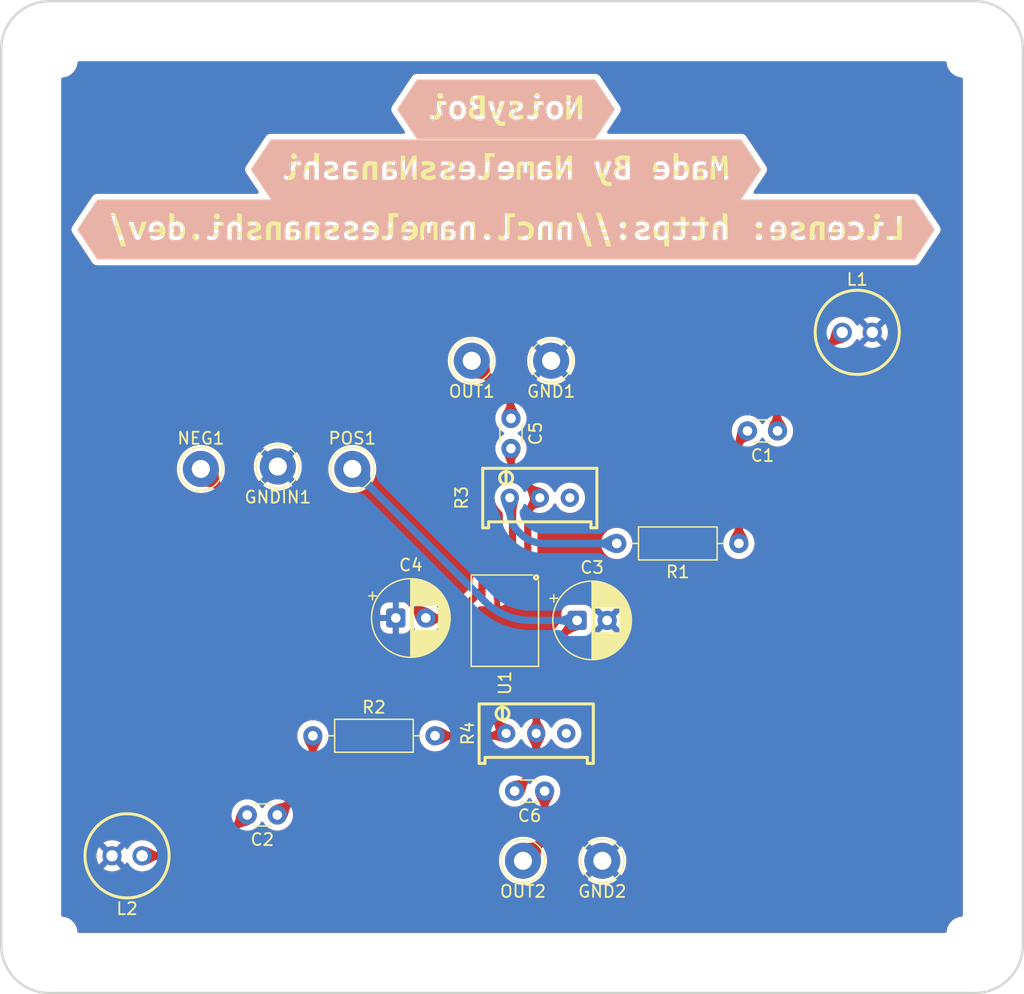
<source format=kicad_pcb>
(kicad_pcb (version 20241229) (generator "pcbnew") (generator_version "9.0")
  (layers (0 "F.Cu" signal) (2 "B.Cu" signal) (13 "F.Paste" user) (15 "B.Paste" user) (5 "F.SilkS" user "F.Silkscreen") (7 "B.SilkS" user "B.Silkscreen") (1 "F.Mask" user) (3 "B.Mask" user) (25 "Edge.Cuts" user))
  (net 0 "")
  (net 1 "Net-(C1-Pad2)")
  (net 2 "Net-(C1-Pad1)")
  (net 3 "Net-(C2-Pad2)")
  (net 4 "Net-(C2-Pad1)")
  (net 5 "GND")
  (net 6 "+4.5V")
  (net 7 "-4.5V")
  (net 8 "Net-(C5-Pad2)")
  (net 9 "Net-(C5-Pad1)")
  (net 10 "Net-(C6-Pad2)")
  (net 11 "Net-(C6-Pad1)")
  (net 12 "Net-(U1A--)")
  (net 13 "Net-(U1B--)")
  (footprint "MountingHole:MountingHole_2.2mm_M2" (layer "F.Cu") (at 179.69 131.2)
    (property "Reference" "MPBR1" (hide yes))
    (property "Value" "MountingHole_2.2mm_M2" (hide yes))
  )
  (footprint "Connector_Pin:Pin_D1.3mm_L11.0mm_LooseFit" (layer "F.Cu") (at 122.7 92.4)
    (property "Reference" "GNDIN1")
    (property "Value" "TestPoint")
  )
  (footprint "Connector_Pin:Pin_D1.3mm_L11.0mm_LooseFit" (layer "F.Cu") (at 143.1 125.2)
    (property "Reference" "OUT2")
    (property "Value" "TestPoint")
  )
  (footprint "Capacitor_THT:C_Disc_D3.0mm_W1.6mm_P2.50mm" (layer "F.Cu") (at 164.276564 89.43674 180)
    (property "Reference" "C1")
    (property "Value" "2.2uF_0603_25V")
  )
  (footprint "kibuzzard-691D6368" (layer "F.Cu") (at 141.69 62.68674)
    (property "Reference" "kibuzzard-691D6368" (hide yes))
    (property "Value" "G***" (hide yes))
  )
  (footprint "MountingHole:MountingHole_2.2mm_M2" (layer "F.Cu") (at 104.69 58.68674)
    (property "Reference" "MPTL1" (hide yes))
    (property "Value" "MountingHole_2.2mm_M2" (hide yes))
  )
  (footprint "easyeda2kicad:IND-TH_BD7.0-P2.50-D0.7" (layer "F.Cu") (at 170.91 81.23674)
    (property "Reference" "L1")
    (property "Value" "PK0608-220MB")
  )
  (footprint "Capacitor_THT:CP_Radial_D6.3mm_P2.50mm" (layer "F.Cu") (at 132.5176 105)
    (property "Reference" "C4")
    (property "Value" "100uF_25V")
  )
  (footprint "easyeda2kicad:RES-ADJ-TH_3P-L10.0-W10.0-P2.50-BL-BS" (layer "F.Cu") (at 144.2 114.6 90)
    (property "Reference" "R4")
    (property "Value" "3296W-1-105_C118944")
  )
  (footprint "Connector_Pin:Pin_D1.3mm_L11.0mm_LooseFit" (layer "F.Cu") (at 145.44 83.6)
    (property "Reference" "GND1")
    (property "Value" "TestPoint")
  )
  (footprint "easyeda2kicad:RES-ADJ-TH_3P-L10.0-W10.0-P2.50-BL-BS" (layer "F.Cu") (at 144.5 95 90)
    (property "Reference" "R3")
    (property "Value" "3296W-1-105_C118944")
  )
  (footprint "kibuzzard-691D64F6" (layer "F.Cu") (at 141.69 72.68674)
    (property "Reference" "kibuzzard-691D64F6" (hide yes))
    (property "Value" "G***" (hide yes))
  )
  (footprint "Connector_Pin:Pin_D1.3mm_L11.0mm_LooseFit" (layer "F.Cu") (at 128.9 92.6 180)
    (property "Reference" "POS1")
    (property "Value" "TestPoint")
  )
  (footprint "kibuzzard-691D6399" (layer "F.Cu") (at 141.69 67.68674)
    (property "Reference" "kibuzzard-691D6399" (hide yes))
    (property "Value" "G***" (hide yes))
  )
  (footprint "kibuzzard-691D639E" (layer "F.Cu") (at 141.69 67.68674)
    (property "Reference" "kibuzzard-691D639E" (hide yes))
    (property "Value" "G***" (hide yes))
  )
  (footprint "Resistor_THT:R_Axial_DIN0207_L6.3mm_D2.5mm_P10.16mm_Horizontal" (layer "F.Cu") (at 125.62 114.8)
    (property "Reference" "R2")
    (property "Value" "1k")
  )
  (footprint "kibuzzard-691D6378" (layer "F.Cu") (at 141.69 62.68674)
    (property "Reference" "kibuzzard-691D6378" (hide yes))
    (property "Value" "G***" (hide yes))
  )
  (footprint "PCM_Package_SO_AKL:SO-8_3.9x4.9mm_P1.27mm" (layer "F.Cu") (at 141.595 105.225 -90)
    (property "Reference" "U1")
    (property "Value" "OPA2134UA" (hide yes))
  )
  (footprint "MountingHole:MountingHole_2.2mm_M2" (layer "F.Cu") (at 104.69 131.2)
    (property "Reference" "MPBL1" (hide yes))
    (property "Value" "MountingHole_2.2mm_M2" (hide yes))
  )
  (footprint "Capacitor_THT:C_Disc_D3.0mm_W1.6mm_P2.50mm" (layer "F.Cu") (at 142.1 88.4 -90)
    (property "Reference" "C5")
    (property "Value" "2.2uF_0603_25V")
  )
  (footprint "Capacitor_THT:CP_Radial_D6.3mm_P2.50mm" (layer "F.Cu") (at 147.6 105.2)
    (property "Reference" "C3")
    (property "Value" "100uF_25V")
  )
  (footprint "Capacitor_THT:C_Disc_D3.0mm_W1.6mm_P2.50mm" (layer "F.Cu") (at 122.66 121.38674 180)
    (property "Reference" "C2")
    (property "Value" "2.2uF_0603_25V")
  )
  (footprint "Capacitor_THT:C_Disc_D3.0mm_W1.6mm_P2.50mm" (layer "F.Cu") (at 144.9 119.4 180)
    (property "Reference" "C6")
    (property "Value" "2.2uF_0603_25V")
  )
  (footprint "easyeda2kicad:IND-TH_BD7.0-P2.50-D0.7" (layer "F.Cu") (at 110.16 124.78674)
    (property "Reference" "L2")
    (property "Value" "PK0608-220MB")
  )
  (footprint "Connector_Pin:Pin_D1.3mm_L11.0mm_LooseFit" (layer "F.Cu") (at 138.84 83.6)
    (property "Reference" "OUT1")
    (property "Value" "TestPoint")
  )
  (footprint "Connector_Pin:Pin_D1.3mm_L11.0mm_LooseFit" (layer "F.Cu") (at 116.3 92.6 180)
    (property "Reference" "NEG1")
    (property "Value" "TestPoint")
  )
  (footprint "MountingHole:MountingHole_2.2mm_M2" (layer "F.Cu") (at 179.69 58.68674)
    (property "Reference" "MPTR1" (hide yes))
    (property "Value" "MountingHole_2.2mm_M2" (hide yes))
  )
  (footprint "Connector_Pin:Pin_D1.3mm_L11.0mm_LooseFit" (layer "F.Cu") (at 149.7 125.2)
    (property "Reference" "GND2")
    (property "Value" "TestPoint")
  )
  (footprint "Resistor_THT:R_Axial_DIN0207_L6.3mm_D2.5mm_P10.16mm_Horizontal" (layer "F.Cu") (at 161.06 98.8 180)
    (property "Reference" "R1")
    (property "Value" "1k")
  )
  (footprint "kibuzzard-691D65D8" (layer "F.Cu") (at 141.69 72.68674)
    (property "Reference" "kibuzzard-691D65D8" (hide yes))
    (property "Value" "G***" (hide yes))
  )
  (footprint "kibuzzard-691D6378" (layer "B.Cu") (at 141.69 62.68674 180)
    (property "Reference" "kibuzzard-691D6378" (hide yes))
    (property "Value" "G***" (hide yes))
  )
  (footprint "kibuzzard-691D639E" (layer "B.Cu") (at 141.69 67.68674 180)
    (property "Reference" "kibuzzard-691D639E" (hide yes))
    (property "Value" "G***" (hide yes))
  )
  (footprint "kibuzzard-691D65D8" (layer "B.Cu") (at 141.69 72.68674 180)
    (property "Reference" "kibuzzard-691D65D8" (hide yes))
    (property "Value" "G***" (hide yes))
  )
  (footprint "kibuzzard-691D6399" (layer "B.Cu") (at 141.69 67.68674 180)
    (property "Reference" "kibuzzard-691D6399" (hide yes))
    (property "Value" "G***" (hide yes))
  )
  (footprint "kibuzzard-691D64F6" (layer "B.Cu") (at 141.69 72.68674 180)
    (property "Reference" "kibuzzard-691D64F6" (hide yes))
    (property "Value" "G***" (hide yes))
  )
  (footprint "kibuzzard-691D6368" (layer "B.Cu") (at 141.69 62.68674 180)
    (property "Reference" "kibuzzard-691D6368" (hide yes))
    (property "Value" "G***" (hide yes))
  )
  (gr_line (start 180.69 136.2) (end 103.69 136.2) (stroke (width 0.2)) (layer "Edge.Cuts"))
  (gr_arc (start 180.69 53.68674) (mid 183.518427 54.858313) (end 184.69 57.68674) (stroke (width 0.2)) (layer "Edge.Cuts"))
  (gr_arc (start 103.69 136.2) (mid 100.861573 135.028427) (end 99.69 132.2) (stroke (width 0.2)) (layer "Edge.Cuts"))
  (gr_arc (start 99.69 57.68674) (mid 100.861573 54.858313) (end 103.69 53.68674) (stroke (width 0.2)) (layer "Edge.Cuts"))
  (gr_line (start 103.69 53.68674) (end 180.69 53.68674) (stroke (width 0.2)) (layer "Edge.Cuts"))
  (gr_line (start 184.69 57.68674) (end 184.69 132.20004) (stroke (width 0.2)) (layer "Edge.Cuts"))
  (gr_line (start 99.69 132.2) (end 99.69 57.68674) (stroke (width 0.2)) (layer "Edge.Cuts"))
  (gr_arc (start 184.69 132.2) (mid 183.518427 135.028427) (end 180.69 136.2) (stroke (width 0.2)) (layer "Edge.Cuts"))
  (segment (start 161.418282 89.795022) (end 161.776564 89.43674) (width 0.6) (layer "F.Cu") (net 1))
  (segment (start 161.06 90.659991) (end 161.06 98.8) (width 0.6) (layer "F.Cu") (net 1))
  (arc (start 161.418282 89.795022) (mid 161.153114 90.191873) (end 161.06 90.659991) (width 0.6) (layer "F.Cu") (net 1))
  (segment (start 161.05 98.81) (end 161.06 98.8) (width 0.2) (layer "B.Cu") (net 1))
  (segment (start 164.276564 88.028458) (end 164.276564 89.43674) (width 0.6) (layer "F.Cu") (net 2))
  (segment (start 165.272369 85.62437) (end 169.66 81.23674) (width 0.6) (layer "F.Cu") (net 2))
  (arc (start 165.272369 85.62437) (mid 164.535365 86.727375) (end 164.276564 88.028458) (width 0.6) (layer "F.Cu") (net 2))
  (segment (start 118.353792 123.192947) (end 120.16 121.38674) (width 0.6) (layer "F.Cu") (net 3))
  (segment (start 114.506036 124.78674) (end 111.41 124.78674) (width 0.6) (layer "F.Cu") (net 3))
  (arc (start 118.353792 123.192947) (mid 116.588426 124.372526) (end 114.506036 124.78674) (width 0.6) (layer "F.Cu") (net 3))
  (segment (start 124.337753 119.708986) (end 122.66 121.38674) (width 0.6) (layer "F.Cu") (net 4))
  (segment (start 125.62 116.61337) (end 125.62 114.8) (width 0.6) (layer "F.Cu") (net 4))
  (arc (start 125.62 116.61337) (mid 125.286754 118.288705) (end 124.337753 119.708986) (width 0.6) (layer "F.Cu") (net 4))
  (segment (start 145.53033 107.269669) (end 147.6 105.2) (width 0.6) (layer "F.Cu") (net 6))
  (segment (start 144.25 107.8) (end 143.5 107.8) (width 0.6) (layer "F.Cu") (net 6))
  (arc (start 144.25 107.8) (mid 144.942909 107.662171) (end 145.53033 107.269669) (width 0.6) (layer "F.Cu") (net 6))
  (segment (start 143.753963 105.2) (end 147.6 105.2) (width 0.6) (layer "B.Cu") (net 6))
  (segment (start 139.906207 103.606207) (end 128.9 92.6) (width 0.6) (layer "B.Cu") (net 6))
  (arc (start 139.906207 103.606207) (mid 141.671572 104.785786) (end 143.753963 105.2) (width 0.6) (layer "B.Cu") (net 6))
  (segment (start 123.906207 100.206207) (end 116.3 92.6) (width 0.6) (layer "F.Cu") (net 7))
  (segment (start 127.753963 101.8) (end 129.563636 101.8) (width 0.6) (layer "F.Cu") (net 7))
  (segment (start 138.161092 104.178907) (end 139.69 102.65) (width 0.6) (layer "F.Cu") (net 7))
  (segment (start 133.411392 103.393792) (end 135.0176 105) (width 0.6) (layer "F.Cu") (net 7))
  (segment (start 135.0176 105) (end 136.1788 105) (width 0.6) (layer "F.Cu") (net 7))
  (arc (start 129.563636 101.8) (mid 131.646026 102.214213) (end 133.411392 103.393792) (width 0.6) (layer "F.Cu") (net 7))
  (arc (start 127.753963 101.8) (mid 125.671572 101.385786) (end 123.906207 100.206207) (width 0.6) (layer "F.Cu") (net 7))
  (arc (start 138.161092 104.178907) (mid 137.251608 104.786604) (end 136.1788 105) (width 0.6) (layer "F.Cu") (net 7))
  (segment (start 144 95.5) (end 144.25 95.25) (width 0.6) (layer "F.Cu") (net 8))
  (segment (start 143.5 96.707106) (end 143.5 102.65) (width 0.6) (layer "F.Cu") (net 8))
  (segment (start 142.1 91.75) (end 142.1 90.9) (width 0.6) (layer "F.Cu") (net 8))
  (segment (start 142.70104 93.20104) (end 144.25 94.75) (width 0.6) (layer "F.Cu") (net 8))
  (arc (start 144.25 94.75) (mid 144.353553 95) (end 144.25 95.25) (width 0.6) (layer "F.Cu") (net 8))
  (arc (start 144 95.5) (mid 143.629945 96.053825) (end 143.5 96.707106) (width 0.6) (layer "F.Cu") (net 8))
  (arc (start 142.1 91.75) (mid 142.256205 92.535297) (end 142.70104 93.20104) (width 0.6) (layer "F.Cu") (net 8))
  (segment (start 142.1 87.63) (end 142.1 88.4) (width 0.6) (layer "F.Cu") (net 9))
  (segment (start 141.555527 86.315527) (end 138.84 83.6) (width 0.6) (layer "F.Cu") (net 9))
  (arc (start 142.1 87.63) (mid 141.958496 86.918612) (end 141.555527 86.315527) (width 0.6) (layer "F.Cu") (net 9))
  (segment (start 142.23 109.095) (end 142.23 107.8) (width 0.6) (layer "F.Cu") (net 10))
  (segment (start 143.40804 111.56804) (end 143.145703 111.305703) (width 0.6) (layer "F.Cu") (net 10))
  (segment (start 143.3 118.5) (end 142.4 119.4) (width 0.6) (layer "F.Cu") (net 10))
  (segment (start 144.2 114.6) (end 144.2 113.48) (width 0.6) (layer "F.Cu") (net 10))
  (segment (start 144.2 114.6) (end 144.2 116.327207) (width 0.6) (layer "F.Cu") (net 10))
  (arc (start 144.2 116.327207) (mid 143.966097 117.503114) (end 143.3 118.5) (width 0.6) (layer "F.Cu") (net 10))
  (arc (start 143.40804 111.56804) (mid 143.994176 112.445254) (end 144.2 113.48) (width 0.6) (layer "F.Cu") (net 10))
  (arc (start 143.145703 111.305703) (mid 142.467983 110.291423) (end 142.23 109.095) (width 0.6) (layer "F.Cu") (net 10))
  (segment (start 144 124.3) (end 143.1 125.2) (width 0.6) (layer "F.Cu") (net 11))
  (segment (start 144.9 122.127207) (end 144.9 119.4) (width 0.6) (layer "F.Cu") (net 11))
  (arc (start 144 124.3) (mid 144.666097 123.303114) (end 144.9 122.127207) (width 0.6) (layer "F.Cu") (net 11))
  (segment (start 142.23 102.48755) (end 142.23 102.12019) (width 0.6) (layer "F.Cu") (net 12))
  (segment (start 142 95.02245) (end 142 95.0449) (width 0.2) (layer "F.Cu") (net 12))
  (segment (start 142.23 95.392634) (end 142.23 102.48755) (width 0.6) (layer "F.Cu") (net 12))
  (segment (start 142.23 102.48755) (end 142.23 102.3251) (width 0.2) (layer "F.Cu") (net 12))
  (segment (start 142.115 95.115) (end 142.015874 95.015874) (width 0.6) (layer "F.Cu") (net 12))
  (arc (start 142.23 102.48755) (mid 142.23 102.48755) (end 142.23 102.48755) (width 0.6) (layer "F.Cu") (net 12))
  (arc (start 142.015874 95.015874) (mid 142.00574 95.013858) (end 142 95.02245) (width 0.6) (layer "F.Cu") (net 12))
  (arc (start 142.115 95.115) (mid 142.200112 95.242379) (end 142.23 95.392634) (width 0.6) (layer "F.Cu") (net 12))
  (arc (start 142.23 102.48755) (mid 142.23 102.48755) (end 142.23 102.48755) (width 0.6) (layer "F.Cu") (net 12))
  (arc (start 142.23 102.48755) (mid 142.23 102.48755) (end 142.23 102.48755) (width 0.2) (layer "F.Cu") (net 12))
  (segment (start 142 96.055) (end 142 95) (width 0.6) (layer "B.Cu") (net 12))
  (segment (start 144.88501 98.8) (end 150.9 98.8) (width 0.6) (layer "B.Cu") (net 12))
  (segment (start 142.745997 97.855997) (end 142.845 97.955) (width 0.6) (layer "B.Cu") (net 12))
  (arc (start 142.745997 97.855997) (mid 142.193878 97.029692) (end 142 96.055) (width 0.6) (layer "B.Cu") (net 12))
  (arc (start 144.88501 98.8) (mid 143.780964 98.580391) (end 142.845 97.955) (width 0.6) (layer "B.Cu") (net 12))
  (segment (start 141.33 114.23) (end 141.6 114.5) (width 0.6) (layer "F.Cu") (net 13))
  (segment (start 140.96 113.33674) (end 140.96 107.8) (width 0.6) (layer "F.Cu") (net 13))
  (segment (start 141.358578 114.8) (end 135.78 114.8) (width 0.6) (layer "F.Cu") (net 13))
  (arc (start 141.6 114.5) (mid 141.641421 114.6) (end 141.6 114.7) (width 0.6) (layer "F.Cu") (net 13))
  (arc (start 141.358578 114.8) (mid 141.489234 114.77401) (end 141.6 114.7) (width 0.6) (layer "F.Cu") (net 13))
  (arc (start 141.33 114.23) (mid 141.056159 113.820169) (end 140.96 113.33674) (width 0.6) (layer "F.Cu") (net 13))
  (segment (start 141.5 114.8) (end 141.7 114.6) (width 0.6) (layer "B.Cu") (net 13))
  (zone (net 5) (net_name "GND") (layers "F.Cu" "B.Cu") (connect_pads (clearance 0.5)) (min_thickness 0.25) (fill yes (thermal_gap 0.5) (thermal_bridge_width 0.5))
    (polygon (pts (xy 104.69 58.68674) (xy 104.69 131.2) (xy 179.69 131.2) (xy 179.69 58.68674)))
  )
)
</source>
